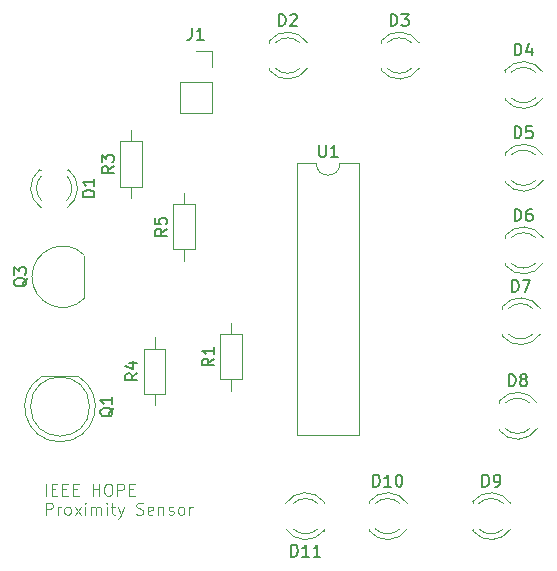
<source format=gto>
G04 #@! TF.GenerationSoftware,KiCad,Pcbnew,8.0.1*
G04 #@! TF.CreationDate,2024-05-12T16:16:29-04:00*
G04 #@! TF.ProjectId,recyclobot,72656379-636c-46f6-926f-742e6b696361,rev?*
G04 #@! TF.SameCoordinates,Original*
G04 #@! TF.FileFunction,Legend,Top*
G04 #@! TF.FilePolarity,Positive*
%FSLAX46Y46*%
G04 Gerber Fmt 4.6, Leading zero omitted, Abs format (unit mm)*
G04 Created by KiCad (PCBNEW 8.0.1) date 2024-05-12 16:16:29*
%MOMM*%
%LPD*%
G01*
G04 APERTURE LIST*
%ADD10C,0.100000*%
%ADD11C,0.150000*%
%ADD12C,0.120000*%
%ADD13O,1.700000X1.700000*%
%ADD14R,1.700000X1.700000*%
%ADD15R,1.800000X1.800000*%
%ADD16C,1.800000*%
%ADD17R,1.500000X1.050000*%
%ADD18O,1.500000X1.050000*%
%ADD19C,1.400000*%
%ADD20O,1.400000X1.400000*%
%ADD21R,1.600000X1.600000*%
%ADD22O,1.600000X1.600000*%
G04 APERTURE END LIST*
D10*
X107803884Y-120762475D02*
X107803884Y-119762475D01*
X108280074Y-120238665D02*
X108613407Y-120238665D01*
X108756264Y-120762475D02*
X108280074Y-120762475D01*
X108280074Y-120762475D02*
X108280074Y-119762475D01*
X108280074Y-119762475D02*
X108756264Y-119762475D01*
X109184836Y-120238665D02*
X109518169Y-120238665D01*
X109661026Y-120762475D02*
X109184836Y-120762475D01*
X109184836Y-120762475D02*
X109184836Y-119762475D01*
X109184836Y-119762475D02*
X109661026Y-119762475D01*
X110089598Y-120238665D02*
X110422931Y-120238665D01*
X110565788Y-120762475D02*
X110089598Y-120762475D01*
X110089598Y-120762475D02*
X110089598Y-119762475D01*
X110089598Y-119762475D02*
X110565788Y-119762475D01*
X111756265Y-120762475D02*
X111756265Y-119762475D01*
X111756265Y-120238665D02*
X112327693Y-120238665D01*
X112327693Y-120762475D02*
X112327693Y-119762475D01*
X112994360Y-119762475D02*
X113184836Y-119762475D01*
X113184836Y-119762475D02*
X113280074Y-119810094D01*
X113280074Y-119810094D02*
X113375312Y-119905332D01*
X113375312Y-119905332D02*
X113422931Y-120095808D01*
X113422931Y-120095808D02*
X113422931Y-120429141D01*
X113422931Y-120429141D02*
X113375312Y-120619617D01*
X113375312Y-120619617D02*
X113280074Y-120714856D01*
X113280074Y-120714856D02*
X113184836Y-120762475D01*
X113184836Y-120762475D02*
X112994360Y-120762475D01*
X112994360Y-120762475D02*
X112899122Y-120714856D01*
X112899122Y-120714856D02*
X112803884Y-120619617D01*
X112803884Y-120619617D02*
X112756265Y-120429141D01*
X112756265Y-120429141D02*
X112756265Y-120095808D01*
X112756265Y-120095808D02*
X112803884Y-119905332D01*
X112803884Y-119905332D02*
X112899122Y-119810094D01*
X112899122Y-119810094D02*
X112994360Y-119762475D01*
X113851503Y-120762475D02*
X113851503Y-119762475D01*
X113851503Y-119762475D02*
X114232455Y-119762475D01*
X114232455Y-119762475D02*
X114327693Y-119810094D01*
X114327693Y-119810094D02*
X114375312Y-119857713D01*
X114375312Y-119857713D02*
X114422931Y-119952951D01*
X114422931Y-119952951D02*
X114422931Y-120095808D01*
X114422931Y-120095808D02*
X114375312Y-120191046D01*
X114375312Y-120191046D02*
X114327693Y-120238665D01*
X114327693Y-120238665D02*
X114232455Y-120286284D01*
X114232455Y-120286284D02*
X113851503Y-120286284D01*
X114851503Y-120238665D02*
X115184836Y-120238665D01*
X115327693Y-120762475D02*
X114851503Y-120762475D01*
X114851503Y-120762475D02*
X114851503Y-119762475D01*
X114851503Y-119762475D02*
X115327693Y-119762475D01*
X107803884Y-122372419D02*
X107803884Y-121372419D01*
X107803884Y-121372419D02*
X108184836Y-121372419D01*
X108184836Y-121372419D02*
X108280074Y-121420038D01*
X108280074Y-121420038D02*
X108327693Y-121467657D01*
X108327693Y-121467657D02*
X108375312Y-121562895D01*
X108375312Y-121562895D02*
X108375312Y-121705752D01*
X108375312Y-121705752D02*
X108327693Y-121800990D01*
X108327693Y-121800990D02*
X108280074Y-121848609D01*
X108280074Y-121848609D02*
X108184836Y-121896228D01*
X108184836Y-121896228D02*
X107803884Y-121896228D01*
X108803884Y-122372419D02*
X108803884Y-121705752D01*
X108803884Y-121896228D02*
X108851503Y-121800990D01*
X108851503Y-121800990D02*
X108899122Y-121753371D01*
X108899122Y-121753371D02*
X108994360Y-121705752D01*
X108994360Y-121705752D02*
X109089598Y-121705752D01*
X109565789Y-122372419D02*
X109470551Y-122324800D01*
X109470551Y-122324800D02*
X109422932Y-122277180D01*
X109422932Y-122277180D02*
X109375313Y-122181942D01*
X109375313Y-122181942D02*
X109375313Y-121896228D01*
X109375313Y-121896228D02*
X109422932Y-121800990D01*
X109422932Y-121800990D02*
X109470551Y-121753371D01*
X109470551Y-121753371D02*
X109565789Y-121705752D01*
X109565789Y-121705752D02*
X109708646Y-121705752D01*
X109708646Y-121705752D02*
X109803884Y-121753371D01*
X109803884Y-121753371D02*
X109851503Y-121800990D01*
X109851503Y-121800990D02*
X109899122Y-121896228D01*
X109899122Y-121896228D02*
X109899122Y-122181942D01*
X109899122Y-122181942D02*
X109851503Y-122277180D01*
X109851503Y-122277180D02*
X109803884Y-122324800D01*
X109803884Y-122324800D02*
X109708646Y-122372419D01*
X109708646Y-122372419D02*
X109565789Y-122372419D01*
X110232456Y-122372419D02*
X110756265Y-121705752D01*
X110232456Y-121705752D02*
X110756265Y-122372419D01*
X111137218Y-122372419D02*
X111137218Y-121705752D01*
X111137218Y-121372419D02*
X111089599Y-121420038D01*
X111089599Y-121420038D02*
X111137218Y-121467657D01*
X111137218Y-121467657D02*
X111184837Y-121420038D01*
X111184837Y-121420038D02*
X111137218Y-121372419D01*
X111137218Y-121372419D02*
X111137218Y-121467657D01*
X111613408Y-122372419D02*
X111613408Y-121705752D01*
X111613408Y-121800990D02*
X111661027Y-121753371D01*
X111661027Y-121753371D02*
X111756265Y-121705752D01*
X111756265Y-121705752D02*
X111899122Y-121705752D01*
X111899122Y-121705752D02*
X111994360Y-121753371D01*
X111994360Y-121753371D02*
X112041979Y-121848609D01*
X112041979Y-121848609D02*
X112041979Y-122372419D01*
X112041979Y-121848609D02*
X112089598Y-121753371D01*
X112089598Y-121753371D02*
X112184836Y-121705752D01*
X112184836Y-121705752D02*
X112327693Y-121705752D01*
X112327693Y-121705752D02*
X112422932Y-121753371D01*
X112422932Y-121753371D02*
X112470551Y-121848609D01*
X112470551Y-121848609D02*
X112470551Y-122372419D01*
X112946741Y-122372419D02*
X112946741Y-121705752D01*
X112946741Y-121372419D02*
X112899122Y-121420038D01*
X112899122Y-121420038D02*
X112946741Y-121467657D01*
X112946741Y-121467657D02*
X112994360Y-121420038D01*
X112994360Y-121420038D02*
X112946741Y-121372419D01*
X112946741Y-121372419D02*
X112946741Y-121467657D01*
X113280074Y-121705752D02*
X113661026Y-121705752D01*
X113422931Y-121372419D02*
X113422931Y-122229561D01*
X113422931Y-122229561D02*
X113470550Y-122324800D01*
X113470550Y-122324800D02*
X113565788Y-122372419D01*
X113565788Y-122372419D02*
X113661026Y-122372419D01*
X113899122Y-121705752D02*
X114137217Y-122372419D01*
X114375312Y-121705752D02*
X114137217Y-122372419D01*
X114137217Y-122372419D02*
X114041979Y-122610514D01*
X114041979Y-122610514D02*
X113994360Y-122658133D01*
X113994360Y-122658133D02*
X113899122Y-122705752D01*
X115470551Y-122324800D02*
X115613408Y-122372419D01*
X115613408Y-122372419D02*
X115851503Y-122372419D01*
X115851503Y-122372419D02*
X115946741Y-122324800D01*
X115946741Y-122324800D02*
X115994360Y-122277180D01*
X115994360Y-122277180D02*
X116041979Y-122181942D01*
X116041979Y-122181942D02*
X116041979Y-122086704D01*
X116041979Y-122086704D02*
X115994360Y-121991466D01*
X115994360Y-121991466D02*
X115946741Y-121943847D01*
X115946741Y-121943847D02*
X115851503Y-121896228D01*
X115851503Y-121896228D02*
X115661027Y-121848609D01*
X115661027Y-121848609D02*
X115565789Y-121800990D01*
X115565789Y-121800990D02*
X115518170Y-121753371D01*
X115518170Y-121753371D02*
X115470551Y-121658133D01*
X115470551Y-121658133D02*
X115470551Y-121562895D01*
X115470551Y-121562895D02*
X115518170Y-121467657D01*
X115518170Y-121467657D02*
X115565789Y-121420038D01*
X115565789Y-121420038D02*
X115661027Y-121372419D01*
X115661027Y-121372419D02*
X115899122Y-121372419D01*
X115899122Y-121372419D02*
X116041979Y-121420038D01*
X116851503Y-122324800D02*
X116756265Y-122372419D01*
X116756265Y-122372419D02*
X116565789Y-122372419D01*
X116565789Y-122372419D02*
X116470551Y-122324800D01*
X116470551Y-122324800D02*
X116422932Y-122229561D01*
X116422932Y-122229561D02*
X116422932Y-121848609D01*
X116422932Y-121848609D02*
X116470551Y-121753371D01*
X116470551Y-121753371D02*
X116565789Y-121705752D01*
X116565789Y-121705752D02*
X116756265Y-121705752D01*
X116756265Y-121705752D02*
X116851503Y-121753371D01*
X116851503Y-121753371D02*
X116899122Y-121848609D01*
X116899122Y-121848609D02*
X116899122Y-121943847D01*
X116899122Y-121943847D02*
X116422932Y-122039085D01*
X117327694Y-121705752D02*
X117327694Y-122372419D01*
X117327694Y-121800990D02*
X117375313Y-121753371D01*
X117375313Y-121753371D02*
X117470551Y-121705752D01*
X117470551Y-121705752D02*
X117613408Y-121705752D01*
X117613408Y-121705752D02*
X117708646Y-121753371D01*
X117708646Y-121753371D02*
X117756265Y-121848609D01*
X117756265Y-121848609D02*
X117756265Y-122372419D01*
X118184837Y-122324800D02*
X118280075Y-122372419D01*
X118280075Y-122372419D02*
X118470551Y-122372419D01*
X118470551Y-122372419D02*
X118565789Y-122324800D01*
X118565789Y-122324800D02*
X118613408Y-122229561D01*
X118613408Y-122229561D02*
X118613408Y-122181942D01*
X118613408Y-122181942D02*
X118565789Y-122086704D01*
X118565789Y-122086704D02*
X118470551Y-122039085D01*
X118470551Y-122039085D02*
X118327694Y-122039085D01*
X118327694Y-122039085D02*
X118232456Y-121991466D01*
X118232456Y-121991466D02*
X118184837Y-121896228D01*
X118184837Y-121896228D02*
X118184837Y-121848609D01*
X118184837Y-121848609D02*
X118232456Y-121753371D01*
X118232456Y-121753371D02*
X118327694Y-121705752D01*
X118327694Y-121705752D02*
X118470551Y-121705752D01*
X118470551Y-121705752D02*
X118565789Y-121753371D01*
X119184837Y-122372419D02*
X119089599Y-122324800D01*
X119089599Y-122324800D02*
X119041980Y-122277180D01*
X119041980Y-122277180D02*
X118994361Y-122181942D01*
X118994361Y-122181942D02*
X118994361Y-121896228D01*
X118994361Y-121896228D02*
X119041980Y-121800990D01*
X119041980Y-121800990D02*
X119089599Y-121753371D01*
X119089599Y-121753371D02*
X119184837Y-121705752D01*
X119184837Y-121705752D02*
X119327694Y-121705752D01*
X119327694Y-121705752D02*
X119422932Y-121753371D01*
X119422932Y-121753371D02*
X119470551Y-121800990D01*
X119470551Y-121800990D02*
X119518170Y-121896228D01*
X119518170Y-121896228D02*
X119518170Y-122181942D01*
X119518170Y-122181942D02*
X119470551Y-122277180D01*
X119470551Y-122277180D02*
X119422932Y-122324800D01*
X119422932Y-122324800D02*
X119327694Y-122372419D01*
X119327694Y-122372419D02*
X119184837Y-122372419D01*
X119946742Y-122372419D02*
X119946742Y-121705752D01*
X119946742Y-121896228D02*
X119994361Y-121800990D01*
X119994361Y-121800990D02*
X120041980Y-121753371D01*
X120041980Y-121753371D02*
X120137218Y-121705752D01*
X120137218Y-121705752D02*
X120232456Y-121705752D01*
D11*
X120166666Y-81144819D02*
X120166666Y-81859104D01*
X120166666Y-81859104D02*
X120119047Y-82001961D01*
X120119047Y-82001961D02*
X120023809Y-82097200D01*
X120023809Y-82097200D02*
X119880952Y-82144819D01*
X119880952Y-82144819D02*
X119785714Y-82144819D01*
X121166666Y-82144819D02*
X120595238Y-82144819D01*
X120880952Y-82144819D02*
X120880952Y-81144819D01*
X120880952Y-81144819D02*
X120785714Y-81287676D01*
X120785714Y-81287676D02*
X120690476Y-81382914D01*
X120690476Y-81382914D02*
X120595238Y-81430533D01*
X147491905Y-97494819D02*
X147491905Y-96494819D01*
X147491905Y-96494819D02*
X147730000Y-96494819D01*
X147730000Y-96494819D02*
X147872857Y-96542438D01*
X147872857Y-96542438D02*
X147968095Y-96637676D01*
X147968095Y-96637676D02*
X148015714Y-96732914D01*
X148015714Y-96732914D02*
X148063333Y-96923390D01*
X148063333Y-96923390D02*
X148063333Y-97066247D01*
X148063333Y-97066247D02*
X148015714Y-97256723D01*
X148015714Y-97256723D02*
X147968095Y-97351961D01*
X147968095Y-97351961D02*
X147872857Y-97447200D01*
X147872857Y-97447200D02*
X147730000Y-97494819D01*
X147730000Y-97494819D02*
X147491905Y-97494819D01*
X148920476Y-96494819D02*
X148730000Y-96494819D01*
X148730000Y-96494819D02*
X148634762Y-96542438D01*
X148634762Y-96542438D02*
X148587143Y-96590057D01*
X148587143Y-96590057D02*
X148491905Y-96732914D01*
X148491905Y-96732914D02*
X148444286Y-96923390D01*
X148444286Y-96923390D02*
X148444286Y-97304342D01*
X148444286Y-97304342D02*
X148491905Y-97399580D01*
X148491905Y-97399580D02*
X148539524Y-97447200D01*
X148539524Y-97447200D02*
X148634762Y-97494819D01*
X148634762Y-97494819D02*
X148825238Y-97494819D01*
X148825238Y-97494819D02*
X148920476Y-97447200D01*
X148920476Y-97447200D02*
X148968095Y-97399580D01*
X148968095Y-97399580D02*
X149015714Y-97304342D01*
X149015714Y-97304342D02*
X149015714Y-97066247D01*
X149015714Y-97066247D02*
X148968095Y-96971009D01*
X148968095Y-96971009D02*
X148920476Y-96923390D01*
X148920476Y-96923390D02*
X148825238Y-96875771D01*
X148825238Y-96875771D02*
X148634762Y-96875771D01*
X148634762Y-96875771D02*
X148539524Y-96923390D01*
X148539524Y-96923390D02*
X148491905Y-96971009D01*
X148491905Y-96971009D02*
X148444286Y-97066247D01*
X111914819Y-95468094D02*
X110914819Y-95468094D01*
X110914819Y-95468094D02*
X110914819Y-95229999D01*
X110914819Y-95229999D02*
X110962438Y-95087142D01*
X110962438Y-95087142D02*
X111057676Y-94991904D01*
X111057676Y-94991904D02*
X111152914Y-94944285D01*
X111152914Y-94944285D02*
X111343390Y-94896666D01*
X111343390Y-94896666D02*
X111486247Y-94896666D01*
X111486247Y-94896666D02*
X111676723Y-94944285D01*
X111676723Y-94944285D02*
X111771961Y-94991904D01*
X111771961Y-94991904D02*
X111867200Y-95087142D01*
X111867200Y-95087142D02*
X111914819Y-95229999D01*
X111914819Y-95229999D02*
X111914819Y-95468094D01*
X111914819Y-93944285D02*
X111914819Y-94515713D01*
X111914819Y-94229999D02*
X110914819Y-94229999D01*
X110914819Y-94229999D02*
X111057676Y-94325237D01*
X111057676Y-94325237D02*
X111152914Y-94420475D01*
X111152914Y-94420475D02*
X111200533Y-94515713D01*
X113510057Y-113315238D02*
X113462438Y-113410476D01*
X113462438Y-113410476D02*
X113367200Y-113505714D01*
X113367200Y-113505714D02*
X113224342Y-113648571D01*
X113224342Y-113648571D02*
X113176723Y-113743809D01*
X113176723Y-113743809D02*
X113176723Y-113839047D01*
X113414819Y-113791428D02*
X113367200Y-113886666D01*
X113367200Y-113886666D02*
X113271961Y-113981904D01*
X113271961Y-113981904D02*
X113081485Y-114029523D01*
X113081485Y-114029523D02*
X112748152Y-114029523D01*
X112748152Y-114029523D02*
X112557676Y-113981904D01*
X112557676Y-113981904D02*
X112462438Y-113886666D01*
X112462438Y-113886666D02*
X112414819Y-113791428D01*
X112414819Y-113791428D02*
X112414819Y-113600952D01*
X112414819Y-113600952D02*
X112462438Y-113505714D01*
X112462438Y-113505714D02*
X112557676Y-113410476D01*
X112557676Y-113410476D02*
X112748152Y-113362857D01*
X112748152Y-113362857D02*
X113081485Y-113362857D01*
X113081485Y-113362857D02*
X113271961Y-113410476D01*
X113271961Y-113410476D02*
X113367200Y-113505714D01*
X113367200Y-113505714D02*
X113414819Y-113600952D01*
X113414819Y-113600952D02*
X113414819Y-113791428D01*
X113414819Y-112410476D02*
X113414819Y-112981904D01*
X113414819Y-112696190D02*
X112414819Y-112696190D01*
X112414819Y-112696190D02*
X112557676Y-112791428D01*
X112557676Y-112791428D02*
X112652914Y-112886666D01*
X112652914Y-112886666D02*
X112700533Y-112981904D01*
X147256905Y-103494819D02*
X147256905Y-102494819D01*
X147256905Y-102494819D02*
X147495000Y-102494819D01*
X147495000Y-102494819D02*
X147637857Y-102542438D01*
X147637857Y-102542438D02*
X147733095Y-102637676D01*
X147733095Y-102637676D02*
X147780714Y-102732914D01*
X147780714Y-102732914D02*
X147828333Y-102923390D01*
X147828333Y-102923390D02*
X147828333Y-103066247D01*
X147828333Y-103066247D02*
X147780714Y-103256723D01*
X147780714Y-103256723D02*
X147733095Y-103351961D01*
X147733095Y-103351961D02*
X147637857Y-103447200D01*
X147637857Y-103447200D02*
X147495000Y-103494819D01*
X147495000Y-103494819D02*
X147256905Y-103494819D01*
X148161667Y-102494819D02*
X148828333Y-102494819D01*
X148828333Y-102494819D02*
X148399762Y-103494819D01*
X136991905Y-80994819D02*
X136991905Y-79994819D01*
X136991905Y-79994819D02*
X137230000Y-79994819D01*
X137230000Y-79994819D02*
X137372857Y-80042438D01*
X137372857Y-80042438D02*
X137468095Y-80137676D01*
X137468095Y-80137676D02*
X137515714Y-80232914D01*
X137515714Y-80232914D02*
X137563333Y-80423390D01*
X137563333Y-80423390D02*
X137563333Y-80566247D01*
X137563333Y-80566247D02*
X137515714Y-80756723D01*
X137515714Y-80756723D02*
X137468095Y-80851961D01*
X137468095Y-80851961D02*
X137372857Y-80947200D01*
X137372857Y-80947200D02*
X137230000Y-80994819D01*
X137230000Y-80994819D02*
X136991905Y-80994819D01*
X137896667Y-79994819D02*
X138515714Y-79994819D01*
X138515714Y-79994819D02*
X138182381Y-80375771D01*
X138182381Y-80375771D02*
X138325238Y-80375771D01*
X138325238Y-80375771D02*
X138420476Y-80423390D01*
X138420476Y-80423390D02*
X138468095Y-80471009D01*
X138468095Y-80471009D02*
X138515714Y-80566247D01*
X138515714Y-80566247D02*
X138515714Y-80804342D01*
X138515714Y-80804342D02*
X138468095Y-80899580D01*
X138468095Y-80899580D02*
X138420476Y-80947200D01*
X138420476Y-80947200D02*
X138325238Y-80994819D01*
X138325238Y-80994819D02*
X138039524Y-80994819D01*
X138039524Y-80994819D02*
X137944286Y-80947200D01*
X137944286Y-80947200D02*
X137896667Y-80899580D01*
X147491905Y-83494819D02*
X147491905Y-82494819D01*
X147491905Y-82494819D02*
X147730000Y-82494819D01*
X147730000Y-82494819D02*
X147872857Y-82542438D01*
X147872857Y-82542438D02*
X147968095Y-82637676D01*
X147968095Y-82637676D02*
X148015714Y-82732914D01*
X148015714Y-82732914D02*
X148063333Y-82923390D01*
X148063333Y-82923390D02*
X148063333Y-83066247D01*
X148063333Y-83066247D02*
X148015714Y-83256723D01*
X148015714Y-83256723D02*
X147968095Y-83351961D01*
X147968095Y-83351961D02*
X147872857Y-83447200D01*
X147872857Y-83447200D02*
X147730000Y-83494819D01*
X147730000Y-83494819D02*
X147491905Y-83494819D01*
X148920476Y-82828152D02*
X148920476Y-83494819D01*
X148682381Y-82447200D02*
X148444286Y-83161485D01*
X148444286Y-83161485D02*
X149063333Y-83161485D01*
X127531905Y-80994819D02*
X127531905Y-79994819D01*
X127531905Y-79994819D02*
X127770000Y-79994819D01*
X127770000Y-79994819D02*
X127912857Y-80042438D01*
X127912857Y-80042438D02*
X128008095Y-80137676D01*
X128008095Y-80137676D02*
X128055714Y-80232914D01*
X128055714Y-80232914D02*
X128103333Y-80423390D01*
X128103333Y-80423390D02*
X128103333Y-80566247D01*
X128103333Y-80566247D02*
X128055714Y-80756723D01*
X128055714Y-80756723D02*
X128008095Y-80851961D01*
X128008095Y-80851961D02*
X127912857Y-80947200D01*
X127912857Y-80947200D02*
X127770000Y-80994819D01*
X127770000Y-80994819D02*
X127531905Y-80994819D01*
X128484286Y-80090057D02*
X128531905Y-80042438D01*
X128531905Y-80042438D02*
X128627143Y-79994819D01*
X128627143Y-79994819D02*
X128865238Y-79994819D01*
X128865238Y-79994819D02*
X128960476Y-80042438D01*
X128960476Y-80042438D02*
X129008095Y-80090057D01*
X129008095Y-80090057D02*
X129055714Y-80185295D01*
X129055714Y-80185295D02*
X129055714Y-80280533D01*
X129055714Y-80280533D02*
X129008095Y-80423390D01*
X129008095Y-80423390D02*
X128436667Y-80994819D01*
X128436667Y-80994819D02*
X129055714Y-80994819D01*
X106210057Y-102325238D02*
X106162438Y-102420476D01*
X106162438Y-102420476D02*
X106067200Y-102515714D01*
X106067200Y-102515714D02*
X105924342Y-102658571D01*
X105924342Y-102658571D02*
X105876723Y-102753809D01*
X105876723Y-102753809D02*
X105876723Y-102849047D01*
X106114819Y-102801428D02*
X106067200Y-102896666D01*
X106067200Y-102896666D02*
X105971961Y-102991904D01*
X105971961Y-102991904D02*
X105781485Y-103039523D01*
X105781485Y-103039523D02*
X105448152Y-103039523D01*
X105448152Y-103039523D02*
X105257676Y-102991904D01*
X105257676Y-102991904D02*
X105162438Y-102896666D01*
X105162438Y-102896666D02*
X105114819Y-102801428D01*
X105114819Y-102801428D02*
X105114819Y-102610952D01*
X105114819Y-102610952D02*
X105162438Y-102515714D01*
X105162438Y-102515714D02*
X105257676Y-102420476D01*
X105257676Y-102420476D02*
X105448152Y-102372857D01*
X105448152Y-102372857D02*
X105781485Y-102372857D01*
X105781485Y-102372857D02*
X105971961Y-102420476D01*
X105971961Y-102420476D02*
X106067200Y-102515714D01*
X106067200Y-102515714D02*
X106114819Y-102610952D01*
X106114819Y-102610952D02*
X106114819Y-102801428D01*
X105114819Y-102039523D02*
X105114819Y-101420476D01*
X105114819Y-101420476D02*
X105495771Y-101753809D01*
X105495771Y-101753809D02*
X105495771Y-101610952D01*
X105495771Y-101610952D02*
X105543390Y-101515714D01*
X105543390Y-101515714D02*
X105591009Y-101468095D01*
X105591009Y-101468095D02*
X105686247Y-101420476D01*
X105686247Y-101420476D02*
X105924342Y-101420476D01*
X105924342Y-101420476D02*
X106019580Y-101468095D01*
X106019580Y-101468095D02*
X106067200Y-101515714D01*
X106067200Y-101515714D02*
X106114819Y-101610952D01*
X106114819Y-101610952D02*
X106114819Y-101896666D01*
X106114819Y-101896666D02*
X106067200Y-101991904D01*
X106067200Y-101991904D02*
X106019580Y-102039523D01*
X115539819Y-110401666D02*
X115063628Y-110734999D01*
X115539819Y-110973094D02*
X114539819Y-110973094D01*
X114539819Y-110973094D02*
X114539819Y-110592142D01*
X114539819Y-110592142D02*
X114587438Y-110496904D01*
X114587438Y-110496904D02*
X114635057Y-110449285D01*
X114635057Y-110449285D02*
X114730295Y-110401666D01*
X114730295Y-110401666D02*
X114873152Y-110401666D01*
X114873152Y-110401666D02*
X114968390Y-110449285D01*
X114968390Y-110449285D02*
X115016009Y-110496904D01*
X115016009Y-110496904D02*
X115063628Y-110592142D01*
X115063628Y-110592142D02*
X115063628Y-110973094D01*
X114873152Y-109544523D02*
X115539819Y-109544523D01*
X114492200Y-109782618D02*
X115206485Y-110020713D01*
X115206485Y-110020713D02*
X115206485Y-109401666D01*
X144756905Y-119994819D02*
X144756905Y-118994819D01*
X144756905Y-118994819D02*
X144995000Y-118994819D01*
X144995000Y-118994819D02*
X145137857Y-119042438D01*
X145137857Y-119042438D02*
X145233095Y-119137676D01*
X145233095Y-119137676D02*
X145280714Y-119232914D01*
X145280714Y-119232914D02*
X145328333Y-119423390D01*
X145328333Y-119423390D02*
X145328333Y-119566247D01*
X145328333Y-119566247D02*
X145280714Y-119756723D01*
X145280714Y-119756723D02*
X145233095Y-119851961D01*
X145233095Y-119851961D02*
X145137857Y-119947200D01*
X145137857Y-119947200D02*
X144995000Y-119994819D01*
X144995000Y-119994819D02*
X144756905Y-119994819D01*
X145804524Y-119994819D02*
X145995000Y-119994819D01*
X145995000Y-119994819D02*
X146090238Y-119947200D01*
X146090238Y-119947200D02*
X146137857Y-119899580D01*
X146137857Y-119899580D02*
X146233095Y-119756723D01*
X146233095Y-119756723D02*
X146280714Y-119566247D01*
X146280714Y-119566247D02*
X146280714Y-119185295D01*
X146280714Y-119185295D02*
X146233095Y-119090057D01*
X146233095Y-119090057D02*
X146185476Y-119042438D01*
X146185476Y-119042438D02*
X146090238Y-118994819D01*
X146090238Y-118994819D02*
X145899762Y-118994819D01*
X145899762Y-118994819D02*
X145804524Y-119042438D01*
X145804524Y-119042438D02*
X145756905Y-119090057D01*
X145756905Y-119090057D02*
X145709286Y-119185295D01*
X145709286Y-119185295D02*
X145709286Y-119423390D01*
X145709286Y-119423390D02*
X145756905Y-119518628D01*
X145756905Y-119518628D02*
X145804524Y-119566247D01*
X145804524Y-119566247D02*
X145899762Y-119613866D01*
X145899762Y-119613866D02*
X146090238Y-119613866D01*
X146090238Y-119613866D02*
X146185476Y-119566247D01*
X146185476Y-119566247D02*
X146233095Y-119518628D01*
X146233095Y-119518628D02*
X146280714Y-119423390D01*
X135515714Y-119994819D02*
X135515714Y-118994819D01*
X135515714Y-118994819D02*
X135753809Y-118994819D01*
X135753809Y-118994819D02*
X135896666Y-119042438D01*
X135896666Y-119042438D02*
X135991904Y-119137676D01*
X135991904Y-119137676D02*
X136039523Y-119232914D01*
X136039523Y-119232914D02*
X136087142Y-119423390D01*
X136087142Y-119423390D02*
X136087142Y-119566247D01*
X136087142Y-119566247D02*
X136039523Y-119756723D01*
X136039523Y-119756723D02*
X135991904Y-119851961D01*
X135991904Y-119851961D02*
X135896666Y-119947200D01*
X135896666Y-119947200D02*
X135753809Y-119994819D01*
X135753809Y-119994819D02*
X135515714Y-119994819D01*
X137039523Y-119994819D02*
X136468095Y-119994819D01*
X136753809Y-119994819D02*
X136753809Y-118994819D01*
X136753809Y-118994819D02*
X136658571Y-119137676D01*
X136658571Y-119137676D02*
X136563333Y-119232914D01*
X136563333Y-119232914D02*
X136468095Y-119280533D01*
X137658571Y-118994819D02*
X137753809Y-118994819D01*
X137753809Y-118994819D02*
X137849047Y-119042438D01*
X137849047Y-119042438D02*
X137896666Y-119090057D01*
X137896666Y-119090057D02*
X137944285Y-119185295D01*
X137944285Y-119185295D02*
X137991904Y-119375771D01*
X137991904Y-119375771D02*
X137991904Y-119613866D01*
X137991904Y-119613866D02*
X137944285Y-119804342D01*
X137944285Y-119804342D02*
X137896666Y-119899580D01*
X137896666Y-119899580D02*
X137849047Y-119947200D01*
X137849047Y-119947200D02*
X137753809Y-119994819D01*
X137753809Y-119994819D02*
X137658571Y-119994819D01*
X137658571Y-119994819D02*
X137563333Y-119947200D01*
X137563333Y-119947200D02*
X137515714Y-119899580D01*
X137515714Y-119899580D02*
X137468095Y-119804342D01*
X137468095Y-119804342D02*
X137420476Y-119613866D01*
X137420476Y-119613866D02*
X137420476Y-119375771D01*
X137420476Y-119375771D02*
X137468095Y-119185295D01*
X137468095Y-119185295D02*
X137515714Y-119090057D01*
X137515714Y-119090057D02*
X137563333Y-119042438D01*
X137563333Y-119042438D02*
X137658571Y-118994819D01*
X128565714Y-125914819D02*
X128565714Y-124914819D01*
X128565714Y-124914819D02*
X128803809Y-124914819D01*
X128803809Y-124914819D02*
X128946666Y-124962438D01*
X128946666Y-124962438D02*
X129041904Y-125057676D01*
X129041904Y-125057676D02*
X129089523Y-125152914D01*
X129089523Y-125152914D02*
X129137142Y-125343390D01*
X129137142Y-125343390D02*
X129137142Y-125486247D01*
X129137142Y-125486247D02*
X129089523Y-125676723D01*
X129089523Y-125676723D02*
X129041904Y-125771961D01*
X129041904Y-125771961D02*
X128946666Y-125867200D01*
X128946666Y-125867200D02*
X128803809Y-125914819D01*
X128803809Y-125914819D02*
X128565714Y-125914819D01*
X130089523Y-125914819D02*
X129518095Y-125914819D01*
X129803809Y-125914819D02*
X129803809Y-124914819D01*
X129803809Y-124914819D02*
X129708571Y-125057676D01*
X129708571Y-125057676D02*
X129613333Y-125152914D01*
X129613333Y-125152914D02*
X129518095Y-125200533D01*
X131041904Y-125914819D02*
X130470476Y-125914819D01*
X130756190Y-125914819D02*
X130756190Y-124914819D01*
X130756190Y-124914819D02*
X130660952Y-125057676D01*
X130660952Y-125057676D02*
X130565714Y-125152914D01*
X130565714Y-125152914D02*
X130470476Y-125200533D01*
X146991905Y-111494819D02*
X146991905Y-110494819D01*
X146991905Y-110494819D02*
X147230000Y-110494819D01*
X147230000Y-110494819D02*
X147372857Y-110542438D01*
X147372857Y-110542438D02*
X147468095Y-110637676D01*
X147468095Y-110637676D02*
X147515714Y-110732914D01*
X147515714Y-110732914D02*
X147563333Y-110923390D01*
X147563333Y-110923390D02*
X147563333Y-111066247D01*
X147563333Y-111066247D02*
X147515714Y-111256723D01*
X147515714Y-111256723D02*
X147468095Y-111351961D01*
X147468095Y-111351961D02*
X147372857Y-111447200D01*
X147372857Y-111447200D02*
X147230000Y-111494819D01*
X147230000Y-111494819D02*
X146991905Y-111494819D01*
X148134762Y-110923390D02*
X148039524Y-110875771D01*
X148039524Y-110875771D02*
X147991905Y-110828152D01*
X147991905Y-110828152D02*
X147944286Y-110732914D01*
X147944286Y-110732914D02*
X147944286Y-110685295D01*
X147944286Y-110685295D02*
X147991905Y-110590057D01*
X147991905Y-110590057D02*
X148039524Y-110542438D01*
X148039524Y-110542438D02*
X148134762Y-110494819D01*
X148134762Y-110494819D02*
X148325238Y-110494819D01*
X148325238Y-110494819D02*
X148420476Y-110542438D01*
X148420476Y-110542438D02*
X148468095Y-110590057D01*
X148468095Y-110590057D02*
X148515714Y-110685295D01*
X148515714Y-110685295D02*
X148515714Y-110732914D01*
X148515714Y-110732914D02*
X148468095Y-110828152D01*
X148468095Y-110828152D02*
X148420476Y-110875771D01*
X148420476Y-110875771D02*
X148325238Y-110923390D01*
X148325238Y-110923390D02*
X148134762Y-110923390D01*
X148134762Y-110923390D02*
X148039524Y-110971009D01*
X148039524Y-110971009D02*
X147991905Y-111018628D01*
X147991905Y-111018628D02*
X147944286Y-111113866D01*
X147944286Y-111113866D02*
X147944286Y-111304342D01*
X147944286Y-111304342D02*
X147991905Y-111399580D01*
X147991905Y-111399580D02*
X148039524Y-111447200D01*
X148039524Y-111447200D02*
X148134762Y-111494819D01*
X148134762Y-111494819D02*
X148325238Y-111494819D01*
X148325238Y-111494819D02*
X148420476Y-111447200D01*
X148420476Y-111447200D02*
X148468095Y-111399580D01*
X148468095Y-111399580D02*
X148515714Y-111304342D01*
X148515714Y-111304342D02*
X148515714Y-111113866D01*
X148515714Y-111113866D02*
X148468095Y-111018628D01*
X148468095Y-111018628D02*
X148420476Y-110971009D01*
X148420476Y-110971009D02*
X148325238Y-110923390D01*
X130928095Y-91084819D02*
X130928095Y-91894342D01*
X130928095Y-91894342D02*
X130975714Y-91989580D01*
X130975714Y-91989580D02*
X131023333Y-92037200D01*
X131023333Y-92037200D02*
X131118571Y-92084819D01*
X131118571Y-92084819D02*
X131309047Y-92084819D01*
X131309047Y-92084819D02*
X131404285Y-92037200D01*
X131404285Y-92037200D02*
X131451904Y-91989580D01*
X131451904Y-91989580D02*
X131499523Y-91894342D01*
X131499523Y-91894342D02*
X131499523Y-91084819D01*
X132499523Y-92084819D02*
X131928095Y-92084819D01*
X132213809Y-92084819D02*
X132213809Y-91084819D01*
X132213809Y-91084819D02*
X132118571Y-91227676D01*
X132118571Y-91227676D02*
X132023333Y-91322914D01*
X132023333Y-91322914D02*
X131928095Y-91370533D01*
X118034819Y-98166666D02*
X117558628Y-98499999D01*
X118034819Y-98738094D02*
X117034819Y-98738094D01*
X117034819Y-98738094D02*
X117034819Y-98357142D01*
X117034819Y-98357142D02*
X117082438Y-98261904D01*
X117082438Y-98261904D02*
X117130057Y-98214285D01*
X117130057Y-98214285D02*
X117225295Y-98166666D01*
X117225295Y-98166666D02*
X117368152Y-98166666D01*
X117368152Y-98166666D02*
X117463390Y-98214285D01*
X117463390Y-98214285D02*
X117511009Y-98261904D01*
X117511009Y-98261904D02*
X117558628Y-98357142D01*
X117558628Y-98357142D02*
X117558628Y-98738094D01*
X117034819Y-97261904D02*
X117034819Y-97738094D01*
X117034819Y-97738094D02*
X117511009Y-97785713D01*
X117511009Y-97785713D02*
X117463390Y-97738094D01*
X117463390Y-97738094D02*
X117415771Y-97642856D01*
X117415771Y-97642856D02*
X117415771Y-97404761D01*
X117415771Y-97404761D02*
X117463390Y-97309523D01*
X117463390Y-97309523D02*
X117511009Y-97261904D01*
X117511009Y-97261904D02*
X117606247Y-97214285D01*
X117606247Y-97214285D02*
X117844342Y-97214285D01*
X117844342Y-97214285D02*
X117939580Y-97261904D01*
X117939580Y-97261904D02*
X117987200Y-97309523D01*
X117987200Y-97309523D02*
X118034819Y-97404761D01*
X118034819Y-97404761D02*
X118034819Y-97642856D01*
X118034819Y-97642856D02*
X117987200Y-97738094D01*
X117987200Y-97738094D02*
X117939580Y-97785713D01*
X113534819Y-92856666D02*
X113058628Y-93189999D01*
X113534819Y-93428094D02*
X112534819Y-93428094D01*
X112534819Y-93428094D02*
X112534819Y-93047142D01*
X112534819Y-93047142D02*
X112582438Y-92951904D01*
X112582438Y-92951904D02*
X112630057Y-92904285D01*
X112630057Y-92904285D02*
X112725295Y-92856666D01*
X112725295Y-92856666D02*
X112868152Y-92856666D01*
X112868152Y-92856666D02*
X112963390Y-92904285D01*
X112963390Y-92904285D02*
X113011009Y-92951904D01*
X113011009Y-92951904D02*
X113058628Y-93047142D01*
X113058628Y-93047142D02*
X113058628Y-93428094D01*
X112534819Y-92523332D02*
X112534819Y-91904285D01*
X112534819Y-91904285D02*
X112915771Y-92237618D01*
X112915771Y-92237618D02*
X112915771Y-92094761D01*
X112915771Y-92094761D02*
X112963390Y-91999523D01*
X112963390Y-91999523D02*
X113011009Y-91951904D01*
X113011009Y-91951904D02*
X113106247Y-91904285D01*
X113106247Y-91904285D02*
X113344342Y-91904285D01*
X113344342Y-91904285D02*
X113439580Y-91951904D01*
X113439580Y-91951904D02*
X113487200Y-91999523D01*
X113487200Y-91999523D02*
X113534819Y-92094761D01*
X113534819Y-92094761D02*
X113534819Y-92380475D01*
X113534819Y-92380475D02*
X113487200Y-92475713D01*
X113487200Y-92475713D02*
X113439580Y-92523332D01*
X122034819Y-109166666D02*
X121558628Y-109499999D01*
X122034819Y-109738094D02*
X121034819Y-109738094D01*
X121034819Y-109738094D02*
X121034819Y-109357142D01*
X121034819Y-109357142D02*
X121082438Y-109261904D01*
X121082438Y-109261904D02*
X121130057Y-109214285D01*
X121130057Y-109214285D02*
X121225295Y-109166666D01*
X121225295Y-109166666D02*
X121368152Y-109166666D01*
X121368152Y-109166666D02*
X121463390Y-109214285D01*
X121463390Y-109214285D02*
X121511009Y-109261904D01*
X121511009Y-109261904D02*
X121558628Y-109357142D01*
X121558628Y-109357142D02*
X121558628Y-109738094D01*
X122034819Y-108214285D02*
X122034819Y-108785713D01*
X122034819Y-108499999D02*
X121034819Y-108499999D01*
X121034819Y-108499999D02*
X121177676Y-108595237D01*
X121177676Y-108595237D02*
X121272914Y-108690475D01*
X121272914Y-108690475D02*
X121320533Y-108785713D01*
X147491905Y-90494819D02*
X147491905Y-89494819D01*
X147491905Y-89494819D02*
X147730000Y-89494819D01*
X147730000Y-89494819D02*
X147872857Y-89542438D01*
X147872857Y-89542438D02*
X147968095Y-89637676D01*
X147968095Y-89637676D02*
X148015714Y-89732914D01*
X148015714Y-89732914D02*
X148063333Y-89923390D01*
X148063333Y-89923390D02*
X148063333Y-90066247D01*
X148063333Y-90066247D02*
X148015714Y-90256723D01*
X148015714Y-90256723D02*
X147968095Y-90351961D01*
X147968095Y-90351961D02*
X147872857Y-90447200D01*
X147872857Y-90447200D02*
X147730000Y-90494819D01*
X147730000Y-90494819D02*
X147491905Y-90494819D01*
X148968095Y-89494819D02*
X148491905Y-89494819D01*
X148491905Y-89494819D02*
X148444286Y-89971009D01*
X148444286Y-89971009D02*
X148491905Y-89923390D01*
X148491905Y-89923390D02*
X148587143Y-89875771D01*
X148587143Y-89875771D02*
X148825238Y-89875771D01*
X148825238Y-89875771D02*
X148920476Y-89923390D01*
X148920476Y-89923390D02*
X148968095Y-89971009D01*
X148968095Y-89971009D02*
X149015714Y-90066247D01*
X149015714Y-90066247D02*
X149015714Y-90304342D01*
X149015714Y-90304342D02*
X148968095Y-90399580D01*
X148968095Y-90399580D02*
X148920476Y-90447200D01*
X148920476Y-90447200D02*
X148825238Y-90494819D01*
X148825238Y-90494819D02*
X148587143Y-90494819D01*
X148587143Y-90494819D02*
X148491905Y-90447200D01*
X148491905Y-90447200D02*
X148444286Y-90399580D01*
D12*
X121830000Y-85730000D02*
X121830000Y-88330000D01*
X121830000Y-83130000D02*
X121830000Y-84460000D01*
X120500000Y-83130000D02*
X121830000Y-83130000D01*
X119170000Y-88330000D02*
X121830000Y-88330000D01*
X119170000Y-85730000D02*
X121830000Y-85730000D01*
X119170000Y-85730000D02*
X119170000Y-88330000D01*
X146670000Y-98764000D02*
X146670000Y-98920000D01*
X146670000Y-101080000D02*
X146670000Y-101236000D01*
X146670001Y-98764485D02*
G75*
G02*
X149902334Y-98921392I1559999J-1235515D01*
G01*
X147189040Y-98920001D02*
G75*
G02*
X149271129Y-98920164I1040960J-1079999D01*
G01*
X149271129Y-101079836D02*
G75*
G02*
X147189040Y-101079999I-1041129J1079836D01*
G01*
X149902334Y-101078608D02*
G75*
G02*
X146670001Y-101235515I-1672334J1078608D01*
G01*
X107420000Y-93170000D02*
X107264000Y-93170000D01*
X109736000Y-93170000D02*
X109580000Y-93170000D01*
X107420164Y-95771129D02*
G75*
G02*
X107420001Y-93689040I1079836J1041129D01*
G01*
X107421392Y-96402334D02*
G75*
G02*
X107264485Y-93170001I1078608J1672334D01*
G01*
X109579999Y-93689040D02*
G75*
G02*
X109579836Y-95771129I-1079999J-1040960D01*
G01*
X109735515Y-93170001D02*
G75*
G02*
X109578608Y-96402334I-1235515J-1559999D01*
G01*
X110545000Y-110660000D02*
X107455000Y-110660000D01*
X109000462Y-116210000D02*
G75*
G02*
X107455170Y-110660000I-462J2990000D01*
G01*
X110544830Y-110660001D02*
G75*
G02*
X108999538Y-116209999I-1544830J-2559999D01*
G01*
X111500000Y-113220000D02*
G75*
G02*
X106500000Y-113220000I-2500000J0D01*
G01*
X106500000Y-113220000D02*
G75*
G02*
X111500000Y-113220000I2500000J0D01*
G01*
X146435000Y-104764000D02*
X146435000Y-104920000D01*
X146435000Y-107080000D02*
X146435000Y-107236000D01*
X146435001Y-104764485D02*
G75*
G02*
X149667334Y-104921392I1559999J-1235515D01*
G01*
X146954040Y-104920001D02*
G75*
G02*
X149036129Y-104920164I1040960J-1079999D01*
G01*
X149036129Y-107079836D02*
G75*
G02*
X146954040Y-107079999I-1041129J1079836D01*
G01*
X149667334Y-107078608D02*
G75*
G02*
X146435001Y-107235515I-1672334J1078608D01*
G01*
X136170000Y-82264000D02*
X136170000Y-82420000D01*
X136170000Y-84580000D02*
X136170000Y-84736000D01*
X136170001Y-82264485D02*
G75*
G02*
X139402334Y-82421392I1559999J-1235515D01*
G01*
X136689040Y-82420001D02*
G75*
G02*
X138771129Y-82420164I1040960J-1079999D01*
G01*
X138771129Y-84579836D02*
G75*
G02*
X136689040Y-84579999I-1041129J1079836D01*
G01*
X139402334Y-84578608D02*
G75*
G02*
X136170001Y-84735515I-1672334J1078608D01*
G01*
X146670000Y-84764000D02*
X146670000Y-84920000D01*
X146670000Y-87080000D02*
X146670000Y-87236000D01*
X146670001Y-84764485D02*
G75*
G02*
X149902334Y-84921392I1559999J-1235515D01*
G01*
X147189040Y-84920001D02*
G75*
G02*
X149271129Y-84920164I1040960J-1079999D01*
G01*
X149271129Y-87079836D02*
G75*
G02*
X147189040Y-87079999I-1041129J1079836D01*
G01*
X149902334Y-87078608D02*
G75*
G02*
X146670001Y-87235515I-1672334J1078608D01*
G01*
X126710000Y-82264000D02*
X126710000Y-82420000D01*
X126710000Y-84580000D02*
X126710000Y-84736000D01*
X126710001Y-82264485D02*
G75*
G02*
X129942334Y-82421392I1559999J-1235515D01*
G01*
X127229040Y-82420001D02*
G75*
G02*
X129311129Y-82420164I1040960J-1079999D01*
G01*
X129311129Y-84579836D02*
G75*
G02*
X127229040Y-84579999I-1041129J1079836D01*
G01*
X129942334Y-84578608D02*
G75*
G02*
X126710001Y-84735515I-1672334J1078608D01*
G01*
X111070000Y-104030000D02*
X111070000Y-100430000D01*
X106620000Y-102230000D02*
G75*
G02*
X111058478Y-100391522I2600000J0D01*
G01*
X111058478Y-104068478D02*
G75*
G02*
X106620000Y-102230000I-1838478J1838478D01*
G01*
X116085000Y-108315000D02*
X116085000Y-112155000D01*
X116085000Y-112155000D02*
X117925000Y-112155000D01*
X117005000Y-107365000D02*
X117005000Y-108315000D01*
X117005000Y-113105000D02*
X117005000Y-112155000D01*
X117925000Y-108315000D02*
X116085000Y-108315000D01*
X117925000Y-112155000D02*
X117925000Y-108315000D01*
X143935000Y-121264000D02*
X143935000Y-121420000D01*
X143935000Y-123580000D02*
X143935000Y-123736000D01*
X143935001Y-121264485D02*
G75*
G02*
X147167334Y-121421392I1559999J-1235515D01*
G01*
X144454040Y-121420001D02*
G75*
G02*
X146536129Y-121420164I1040960J-1079999D01*
G01*
X146536129Y-123579836D02*
G75*
G02*
X144454040Y-123579999I-1041129J1079836D01*
G01*
X147167334Y-123578608D02*
G75*
G02*
X143935001Y-123735515I-1672334J1078608D01*
G01*
X135170000Y-121264000D02*
X135170000Y-121420000D01*
X135170000Y-123580000D02*
X135170000Y-123736000D01*
X135170001Y-121264485D02*
G75*
G02*
X138402334Y-121421392I1559999J-1235515D01*
G01*
X135689040Y-121420001D02*
G75*
G02*
X137771129Y-121420164I1040960J-1079999D01*
G01*
X137771129Y-123579836D02*
G75*
G02*
X135689040Y-123579999I-1041129J1079836D01*
G01*
X138402334Y-123578608D02*
G75*
G02*
X135170001Y-123735515I-1672334J1078608D01*
G01*
X131340000Y-121420000D02*
X131340000Y-121264000D01*
X131340000Y-123736000D02*
X131340000Y-123580000D01*
X128107666Y-121421392D02*
G75*
G02*
X131339999Y-121264485I1672334J-1078608D01*
G01*
X128738871Y-121420164D02*
G75*
G02*
X130820960Y-121420001I1041129J-1079836D01*
G01*
X130820960Y-123579999D02*
G75*
G02*
X128738871Y-123579836I-1040960J1079999D01*
G01*
X131339999Y-123735515D02*
G75*
G02*
X128107666Y-123578608I-1559999J1235515D01*
G01*
X146170000Y-112764000D02*
X146170000Y-112920000D01*
X146170000Y-115080000D02*
X146170000Y-115236000D01*
X146170001Y-112764485D02*
G75*
G02*
X149402334Y-112921392I1559999J-1235515D01*
G01*
X146689040Y-112920001D02*
G75*
G02*
X148771129Y-112920164I1040960J-1079999D01*
G01*
X148771129Y-115079836D02*
G75*
G02*
X146689040Y-115079999I-1041129J1079836D01*
G01*
X149402334Y-115078608D02*
G75*
G02*
X146170001Y-115235515I-1672334J1078608D01*
G01*
X129040000Y-92630000D02*
X129040000Y-115610000D01*
X129040000Y-115610000D02*
X134340000Y-115610000D01*
X130690000Y-92630000D02*
X129040000Y-92630000D01*
X134340000Y-92630000D02*
X132690000Y-92630000D01*
X134340000Y-115610000D02*
X134340000Y-92630000D01*
X132690000Y-92630000D02*
G75*
G02*
X130690000Y-92630000I-1000000J0D01*
G01*
X118580000Y-96080000D02*
X118580000Y-99920000D01*
X118580000Y-99920000D02*
X120420000Y-99920000D01*
X119500000Y-95130000D02*
X119500000Y-96080000D01*
X119500000Y-100870000D02*
X119500000Y-99920000D01*
X120420000Y-96080000D02*
X118580000Y-96080000D01*
X120420000Y-99920000D02*
X120420000Y-96080000D01*
X114080000Y-90770000D02*
X114080000Y-94610000D01*
X114080000Y-94610000D02*
X115920000Y-94610000D01*
X115000000Y-89820000D02*
X115000000Y-90770000D01*
X115000000Y-95560000D02*
X115000000Y-94610000D01*
X115920000Y-90770000D02*
X114080000Y-90770000D01*
X115920000Y-94610000D02*
X115920000Y-90770000D01*
X122580000Y-107080000D02*
X122580000Y-110920000D01*
X122580000Y-110920000D02*
X124420000Y-110920000D01*
X123500000Y-106130000D02*
X123500000Y-107080000D01*
X123500000Y-111870000D02*
X123500000Y-110920000D01*
X124420000Y-107080000D02*
X122580000Y-107080000D01*
X124420000Y-110920000D02*
X124420000Y-107080000D01*
X146670000Y-91764000D02*
X146670000Y-91920000D01*
X146670000Y-94080000D02*
X146670000Y-94236000D01*
X146670001Y-91764485D02*
G75*
G02*
X149902334Y-91921392I1559999J-1235515D01*
G01*
X147189040Y-91920001D02*
G75*
G02*
X149271129Y-91920164I1040960J-1079999D01*
G01*
X149271129Y-94079836D02*
G75*
G02*
X147189040Y-94079999I-1041129J1079836D01*
G01*
X149902334Y-94078608D02*
G75*
G02*
X146670001Y-94235515I-1672334J1078608D01*
G01*
%LPC*%
D13*
X120500000Y-87000000D03*
D14*
X120500000Y-84460000D03*
D15*
X146960000Y-100000000D03*
D16*
X149500000Y-100000000D03*
D15*
X108500000Y-93460000D03*
D16*
X108500000Y-96000000D03*
D15*
X109000000Y-111950000D03*
D16*
X109000000Y-114490000D03*
D15*
X146725000Y-106000000D03*
D16*
X149265000Y-106000000D03*
D15*
X136460000Y-83500000D03*
D16*
X139000000Y-83500000D03*
D15*
X146960000Y-86000000D03*
D16*
X149500000Y-86000000D03*
D15*
X127000000Y-83500000D03*
D16*
X129540000Y-83500000D03*
D17*
X109220000Y-103500000D03*
D18*
X109220000Y-102230000D03*
X109220000Y-100960000D03*
D19*
X117005000Y-114045000D03*
D20*
X117005000Y-106425000D03*
D15*
X144225000Y-122500000D03*
D16*
X146765000Y-122500000D03*
D15*
X135460000Y-122500000D03*
D16*
X138000000Y-122500000D03*
D15*
X131050000Y-122500000D03*
D16*
X128510000Y-122500000D03*
D15*
X146460000Y-114000000D03*
D16*
X149000000Y-114000000D03*
D21*
X127880000Y-93960000D03*
D22*
X127880000Y-96500000D03*
X127880000Y-99040000D03*
X127880000Y-101580000D03*
X127880000Y-104120000D03*
X127880000Y-106660000D03*
X127880000Y-109200000D03*
X127880000Y-111740000D03*
X127880000Y-114280000D03*
X135500000Y-114280000D03*
X135500000Y-111740000D03*
X135500000Y-109200000D03*
X135500000Y-106660000D03*
X135500000Y-104120000D03*
X135500000Y-101580000D03*
X135500000Y-99040000D03*
X135500000Y-96500000D03*
X135500000Y-93960000D03*
D19*
X119500000Y-101810000D03*
D20*
X119500000Y-94190000D03*
D19*
X115000000Y-96500000D03*
D20*
X115000000Y-88880000D03*
D19*
X123500000Y-112810000D03*
D20*
X123500000Y-105190000D03*
D15*
X146960000Y-93000000D03*
D16*
X149500000Y-93000000D03*
%LPD*%
M02*

</source>
